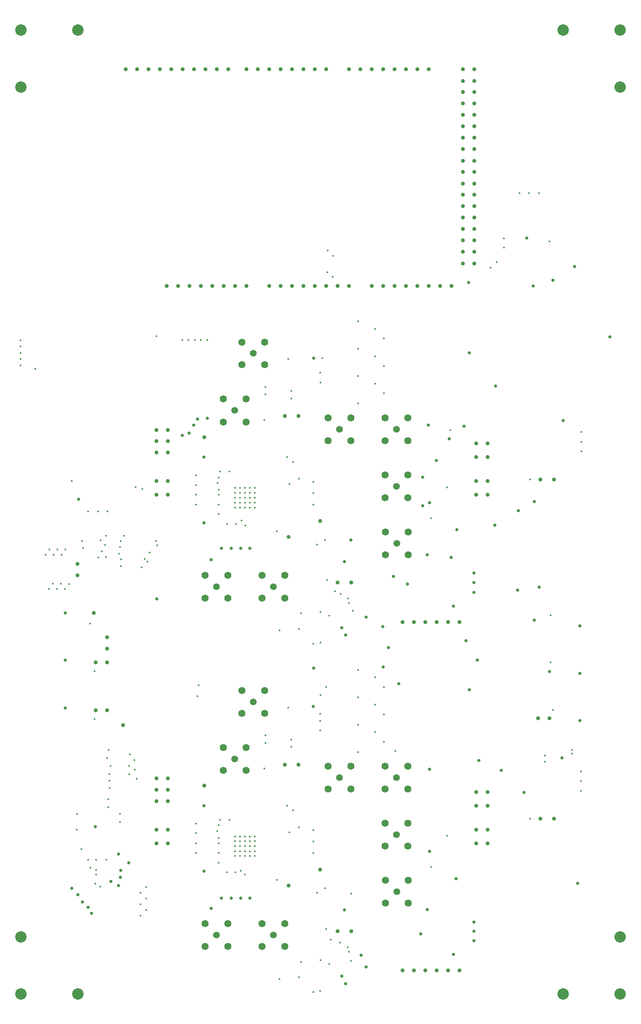
<source format=gbr>
%FSTAX23Y23*%
%MOIN*%
%SFA1B1*%

%IPPOS*%
%ADD82C,0.100000*%
%ADD83C,0.100000*%
%ADD84C,0.100000*%
%ADD85C,0.100000*%
%ADD86C,0.100000*%
%ADD87C,0.100000*%
%ADD88C,0.100000*%
%ADD89C,0.100000*%
%ADD90C,0.035433*%
%ADD91C,0.035433*%
%ADD92C,0.100000*%
%ADD93C,0.062992*%
%ADD94C,0.059055*%
%ADD95C,0.015000*%
%ADD96C,0.035433*%
%ADD97C,0.028000*%
%LNcfd_2channel_pth_drill-1*%
%LPD*%
G54D82*
X0491Y0015D03*
G54D83*
X0541Y0065D03*
G54D84*
X0541Y081D03*
G54D85*
X0491Y086D03*
G54D86*
X0065Y0015D03*
G54D87*
X0015Y0065D03*
G54D88*
X0015Y081D03*
G54D89*
X0065Y086D03*
G54D90*
X0471Y0466D03*
Y01685D03*
X0483Y0466D03*
X04Y00355D03*
X039D03*
X038D03*
X037D03*
X036D03*
X035D03*
X0144Y0159D03*
X0134D03*
Y0147D03*
X0144D03*
X04145Y0192D03*
X04245D03*
Y018D03*
X04145D03*
Y0159D03*
X04245D03*
Y0147D03*
X04145D03*
X04245Y04645D03*
X04145D03*
Y04525D03*
X04245D03*
Y04975D03*
X04145D03*
Y04855D03*
X04245D03*
X0134Y04645D03*
X0144D03*
Y04525D03*
X0134D03*
X04Y0341D03*
X039D03*
X038D03*
X037D03*
X036D03*
X035D03*
X0469Y02565D03*
X0479D03*
X00805Y02635D03*
X00905D03*
Y03055D03*
X00805D03*
X0483Y01685D03*
G54D91*
X02465Y05215D03*
Y0216D03*
X0293Y03755D03*
Y007D03*
X00645Y0392D03*
X0413Y06554D03*
X0403D03*
X0203Y06355D03*
X0193D03*
X0137Y08255D03*
X0144Y04895D03*
X0134D03*
X0144Y04995D03*
X0134D03*
X0144Y05094D03*
X0134D03*
X0144Y0184D03*
X0134D03*
X0144Y0194D03*
X0134D03*
X0144Y0204D03*
X0134D03*
X02585Y0216D03*
X0305Y007D03*
X0176Y01975D03*
X025Y011D03*
X02775Y0124D03*
Y04295D03*
X0176Y0503D03*
X025Y04155D03*
X0305Y03755D03*
X02585Y05215D03*
X00645Y0382D03*
X00905Y03275D03*
Y03175D03*
X0243Y06355D03*
X0263D03*
X0253D03*
X0283D03*
X0273D03*
X0303D03*
X0293D03*
X0233D03*
X0413Y06655D03*
X0403D03*
X0413Y06955D03*
Y06855D03*
Y06755D03*
Y07055D03*
X0403Y06955D03*
Y06855D03*
Y06755D03*
Y07055D03*
X0413Y07454D03*
Y07355D03*
X0403D03*
X0413Y07254D03*
X0403D03*
X0413Y07155D03*
X0403D03*
Y07454D03*
X0413Y07755D03*
Y07655D03*
Y07555D03*
Y07855D03*
X0403Y07755D03*
Y07655D03*
Y07555D03*
Y07855D03*
X0313Y08255D03*
X0333D03*
X0323D03*
X0353D03*
X0343D03*
X0373D03*
X0363D03*
X0303D03*
X0223D03*
X0243D03*
X0233D03*
X0263D03*
X0253D03*
X0283D03*
X0273D03*
X0157D03*
X0147D03*
X0177D03*
X0167D03*
X0117D03*
X0107D03*
X0127D03*
X0197D03*
X0187D03*
X0213D03*
X0413D03*
Y08154D03*
X0403D03*
X0413Y08055D03*
X0403D03*
X0413Y07955D03*
X0403D03*
Y08255D03*
X0333Y06355D03*
X0353D03*
X0343D03*
X0373D03*
X0363D03*
X0393D03*
X0383D03*
X0323D03*
X0153D03*
X0173D03*
X0163D03*
X0183D03*
X0213D03*
X0143D03*
G54D92*
X0015Y086D03*
Y0015D03*
X0541Y086D03*
Y0015D03*
G54D93*
X03545Y052D03*
X03345D03*
X03545Y05D03*
X03345Y047D03*
Y05D03*
X03545Y045D03*
Y047D03*
X0355Y042D03*
X0335D03*
X03345Y045D03*
X0355Y04D03*
X0335D03*
X02845Y052D03*
X0229Y05665D03*
Y05864D03*
X03045Y052D03*
Y05D03*
X02845D03*
X02125Y05164D03*
Y05365D03*
X02465Y0362D03*
Y0382D03*
X02265Y0362D03*
Y0382D03*
X03545Y01645D03*
Y01945D03*
X0355Y01145D03*
Y00945D03*
X03545Y02145D03*
X03345Y01645D03*
Y01945D03*
X03545Y01445D03*
X0335Y01145D03*
X03345Y01445D03*
Y02145D03*
X0335Y00945D03*
X02845Y02145D03*
X0229Y0261D03*
Y0281D03*
X03045Y02145D03*
Y01945D03*
X02845D03*
X02125Y0211D03*
Y0231D03*
X02465Y00565D03*
Y00765D03*
X02265Y00565D03*
Y00765D03*
X0209Y05864D03*
Y05665D03*
X01925Y05164D03*
Y05365D03*
X0209Y0281D03*
Y0261D03*
X01965Y0382D03*
Y0362D03*
X01925Y0211D03*
Y0231D03*
X01765Y0362D03*
Y0382D03*
X01965Y00765D03*
Y00565D03*
X01765D03*
Y00765D03*
G54D94*
X02365Y00665D03*
X02025Y0221D03*
X01865Y00665D03*
X02945Y02045D03*
X0219Y0271D03*
X03445Y02045D03*
X0345Y01045D03*
X03445Y01545D03*
X0345Y041D03*
X03445Y046D03*
X0219Y05765D03*
X03445Y05099D03*
X01865Y0372D03*
X02945Y05099D03*
X02365Y0372D03*
X02025Y05265D03*
G54D95*
X01335Y0412D03*
X0305Y0103D03*
X03436Y02278D03*
X0326Y02925D03*
X03335Y0284D03*
X03749Y01264D03*
X05065Y021D03*
X0507Y0499D03*
Y05075D03*
Y04905D03*
X04985Y0229D03*
X04273Y06516D03*
X0284Y06475D03*
X02841Y06666D03*
X02885Y06435D03*
X0289Y06619D03*
X02523Y05435D03*
X04325Y06565D03*
X0479Y06747D03*
X0439Y06773D03*
X04525Y0717D03*
X0461D03*
X04695D03*
X0439Y06694D03*
X05065Y0193D03*
Y02015D03*
X0081Y01325D03*
X00642Y01725D03*
X0064Y0159D03*
X0068Y0142D03*
X00738Y01327D03*
X00898D03*
X0081Y01237D03*
X0076Y01257D03*
X02777Y02458D03*
X02777Y02542D03*
X02778Y05509D03*
X02775Y05595D03*
X0091Y0438D03*
X00825D03*
X0074D03*
X01685Y01385D03*
Y0147D03*
Y01642D03*
Y0156D03*
Y04695D03*
Y0461D03*
Y0444D03*
Y04525D03*
X01875Y0463D03*
X01886Y04675D03*
X0173Y05882D03*
X01675D03*
X0162D03*
X01565D03*
X01785D03*
X0134Y05915D03*
X00145Y0566D03*
X00275Y0563D03*
X00145Y0588D03*
Y05825D03*
Y0577D03*
Y05715D03*
X0198Y0473D03*
X01895D03*
X03063Y0351D03*
X02907Y0368D03*
X0278Y0277D03*
X02777Y02606D03*
X0212Y04255D03*
X00845Y0109D03*
X02034Y01217D03*
X0125Y01085D03*
X02115Y01195D03*
X0208Y0123D03*
X00802Y01117D03*
X012Y00835D03*
X0081Y01195D03*
X01886Y01631D03*
X01885Y01515D03*
Y0457D03*
X02085Y043D03*
X01874Y01576D03*
X004Y04045D03*
X0054D03*
X00365Y04D03*
X00505D03*
X0047Y04045D03*
X00435Y04D03*
X00465Y037D03*
X00573Y03742D03*
X005Y03745D03*
X00535Y037D03*
X0043Y03745D03*
X00395Y037D03*
X00925Y02075D03*
Y0202D03*
X0093Y01955D03*
X00935Y0215D03*
X00905Y02215D03*
X0092Y0229D03*
X01165Y02035D03*
X011Y02075D03*
X0115Y02115D03*
X011Y0215D03*
X01145Y022D03*
X01105Y0225D03*
X0171Y02855D03*
X017Y0276D03*
X0283Y0284D03*
X0086Y0403D03*
X0083Y03975D03*
X00895Y0398D03*
X0089Y04085D03*
X0085Y04125D03*
X00895Y04165D03*
X00685Y0412D03*
X00695Y0406D03*
X01025Y039D03*
X0103Y0396D03*
X0101Y0401D03*
X0102Y04065D03*
X01025Y0412D03*
X01055Y04165D03*
X04985Y02255D03*
X0475Y02185D03*
Y0224D03*
X00595Y04645D03*
X01157Y04593D03*
X01216Y04576D03*
X03028Y00521D03*
X02855Y00412D03*
X03046Y00438D03*
X0302Y0056D03*
X0102Y0173D03*
Y01655D03*
X00915Y01855D03*
Y01785D03*
X00795Y0256D03*
X0283Y0072D03*
X0287Y00625D03*
X02835Y0378D03*
X03028Y03576D03*
X02957Y03655D03*
X02855Y03467D03*
X0302Y03615D03*
X02495Y0266D03*
X02715Y0322D03*
X0462Y0466D03*
X04818Y0264D03*
X048Y03055D03*
X0242Y03335D03*
X0278Y0323D03*
Y035D03*
X02775Y00175D03*
X0278Y00445D03*
X00757Y03395D03*
X01345Y04082D03*
X0126Y0394D03*
X0121Y0389D03*
X01235Y03964D03*
X0128Y04019D03*
X0125Y00985D03*
X012Y01035D03*
X0125Y00885D03*
X012Y00935D03*
X00795Y0298D03*
X0259Y00295D03*
X02715Y00165D03*
X0311Y0299D03*
X02487Y018D03*
X0254Y01758D03*
X0389Y01535D03*
X02506Y01565D03*
X0259Y0161D03*
X02523Y0238D03*
X02295Y02415D03*
X02523Y02315D03*
X02295Y0235D03*
X02285Y02125D03*
X0295Y006D03*
X0275Y01035D03*
X0282Y01075D03*
X0311Y0251D03*
Y0227D03*
X0261Y0043D03*
X0242Y0028D03*
X0311Y0275D03*
X03335Y026D03*
Y0236D03*
X02715Y01585D03*
Y01485D03*
Y01385D03*
X01885Y013D03*
Y01385D03*
X01895Y01675D03*
X0198D03*
X02395Y0115D03*
X02487Y04855D03*
X02295Y0547D03*
X02523Y0537D03*
X02295Y05405D03*
X0275Y0409D03*
X0259Y04665D03*
X0261Y03485D03*
X02495Y05715D03*
X02795Y05724D03*
X02715Y0444D03*
Y0454D03*
Y0464D03*
X0254Y04813D03*
X02285Y0518D03*
X0462Y01685D03*
X048Y0347D03*
X01885Y0147D03*
X0326Y02685D03*
Y02445D03*
X0196Y01215D03*
X02395Y04205D03*
X02035Y0427D03*
X01885Y04355D03*
Y0444D03*
X03335Y05415D03*
Y05654D03*
Y05895D03*
X0392Y05094D03*
X0282Y0413D03*
X02506Y0462D03*
X0259Y0335D03*
X0311Y05805D03*
Y05565D03*
X0326Y0574D03*
Y055D03*
X0311Y05325D03*
Y06045D03*
X0326Y0598D03*
X03749Y04319D03*
X0389Y0459D03*
X01885Y04525D03*
X0196Y0427D03*
X02115Y04586D03*
X02201D03*
X02158D03*
X02201Y04543D03*
X02158D03*
X02115D03*
X02158Y045D03*
X02201D03*
Y04456D03*
X02158D03*
X02115Y045D03*
Y04456D03*
X02201Y04413D03*
X02115D03*
X02158D03*
X02115Y01531D03*
X02201D03*
X02158D03*
X02201Y01488D03*
X02158D03*
X02115D03*
X02158Y01445D03*
X02201D03*
Y01401D03*
X02158D03*
X02115Y01445D03*
Y01401D03*
X02201Y01358D03*
X02115D03*
X02158D03*
X02071Y04586D03*
Y04543D03*
X02028Y04586D03*
Y04543D03*
X02071Y045D03*
Y04456D03*
X02028Y04413D03*
X02071D03*
X02028Y045D03*
Y04456D03*
X02071Y01531D03*
X02028D03*
X02071Y01488D03*
Y01445D03*
Y01401D03*
Y01358D03*
X02028Y01445D03*
Y01488D03*
Y01358D03*
Y01401D03*
G54D96*
X01045Y02505D03*
X0079Y0349D03*
G54D97*
X03925Y03975D03*
X0342Y0381D03*
X0318Y03453D03*
X0431Y0426D03*
X04645Y06355D03*
X04315Y0548D03*
X04085Y02815D03*
X03465Y0287D03*
X0272Y03005D03*
X0532Y0591D03*
X0482Y06405D03*
X05035Y0112D03*
X0501Y06525D03*
X05055Y03375D03*
X04085Y0577D03*
X0408Y06385D03*
X03675Y0468D03*
X03045Y0413D03*
X03675Y0443D03*
X03795Y04825D03*
X0391Y05015D03*
X0404Y05125D03*
X0459Y06775D03*
X0491Y05175D03*
X04125Y0367D03*
Y03755D03*
Y0384D03*
Y00615D03*
Y007D03*
Y0078D03*
X01025Y01232D03*
X0216Y0099D03*
X0208D03*
X01995D03*
X0191D03*
X0182Y009D03*
X0216Y04055D03*
X0208D03*
X01995D03*
X0191D03*
X01755Y04855D03*
X017Y0519D03*
X01785Y05195D03*
X01665Y05135D03*
X01627Y05065D03*
X04515Y04385D03*
X04655Y04465D03*
X047Y03715D03*
X04655Y03425D03*
X03375Y03185D03*
X03325Y0337D03*
X02715Y0267D03*
X049Y0222D03*
X01005Y01375D03*
X01565Y05045D03*
X0077Y00855D03*
X0074Y0091D03*
X00595Y01075D03*
X0065Y0102D03*
X0069Y00955D03*
X01005Y011D03*
X01022Y01172D03*
X0094Y01135D03*
X01095Y013D03*
X0054Y0349D03*
X0451Y0369D03*
X0366Y00675D03*
X03715Y0089D03*
X0318Y00385D03*
X03542Y03742D03*
X03715Y04D03*
X03735Y0212D03*
X0479Y02975D03*
X0417Y02195D03*
X04567Y01917D03*
X04365Y0211D03*
X04055Y03245D03*
X04155Y03075D03*
X03975Y0422D03*
X0397Y0116D03*
X0333Y03015D03*
X02965Y0336D03*
X01344Y03612D03*
X00803Y01616D03*
X0054Y02655D03*
Y03075D03*
X00655Y04485D03*
X05055Y02545D03*
Y0296D03*
X03945Y00495D03*
X01755Y01225D03*
Y018D03*
X0299Y00885D03*
X03135Y0049D03*
X02965Y00305D03*
X03Y0024D03*
Y03295D03*
X0299Y0394D03*
X03945Y0355D03*
X03735Y014D03*
X0182Y03955D03*
X0272Y05724D03*
X03735Y04455D03*
X03725Y05135D03*
X01755Y0428D03*
M02*
</source>
